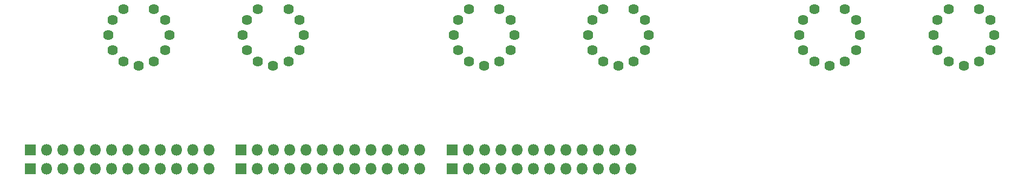
<source format=gbr>
%TF.GenerationSoftware,KiCad,Pcbnew,(5.1.5-131-g305ed0b65)-1*%
%TF.CreationDate,2020-07-18T18:38:28+08:00*%
%TF.ProjectId,IN-8,494e2d38-2e6b-4696-9361-645f70636258,rev?*%
%TF.SameCoordinates,Original*%
%TF.FileFunction,Soldermask,Top*%
%TF.FilePolarity,Negative*%
%FSLAX46Y46*%
G04 Gerber Fmt 4.6, Leading zero omitted, Abs format (unit mm)*
G04 Created by KiCad (PCBNEW (5.1.5-131-g305ed0b65)-1) date 2020-07-18 18:38:28*
%MOMM*%
%LPD*%
G01*
G04 APERTURE LIST*
%ADD10O,1.800000X1.800000*%
%ADD11R,1.800000X1.800000*%
%ADD12C,1.624000*%
G04 APERTURE END LIST*
D10*
%TO.C,J1*%
X103940000Y-99000000D03*
X101400000Y-99000000D03*
X98860000Y-99000000D03*
X96320000Y-99000000D03*
X93780000Y-99000000D03*
X91240000Y-99000000D03*
X88700000Y-99000000D03*
X86160000Y-99000000D03*
X83620000Y-99000000D03*
X81080000Y-99000000D03*
X78540000Y-99000000D03*
D11*
X76000000Y-99000000D03*
%TD*%
D10*
%TO.C,J2*%
X103940000Y-96000000D03*
X101400000Y-96000000D03*
X98860000Y-96000000D03*
X96320000Y-96000000D03*
X93780000Y-96000000D03*
X91240000Y-96000000D03*
X88700000Y-96000000D03*
X86160000Y-96000000D03*
X83620000Y-96000000D03*
X81080000Y-96000000D03*
X78540000Y-96000000D03*
D11*
X76000000Y-96000000D03*
%TD*%
D10*
%TO.C,J3*%
X136940000Y-99000000D03*
X134400000Y-99000000D03*
X131860000Y-99000000D03*
X129320000Y-99000000D03*
X126780000Y-99000000D03*
X124240000Y-99000000D03*
X121700000Y-99000000D03*
X119160000Y-99000000D03*
X116620000Y-99000000D03*
X114080000Y-99000000D03*
X111540000Y-99000000D03*
D11*
X109000000Y-99000000D03*
%TD*%
%TO.C,J4*%
X109000000Y-96000000D03*
D10*
X111540000Y-96000000D03*
X114080000Y-96000000D03*
X116620000Y-96000000D03*
X119160000Y-96000000D03*
X121700000Y-96000000D03*
X124240000Y-96000000D03*
X126780000Y-96000000D03*
X129320000Y-96000000D03*
X131860000Y-96000000D03*
X134400000Y-96000000D03*
X136940000Y-96000000D03*
%TD*%
D11*
%TO.C,J5*%
X142000000Y-99000000D03*
D10*
X144540000Y-99000000D03*
X147080000Y-99000000D03*
X149620000Y-99000000D03*
X152160000Y-99000000D03*
X154700000Y-99000000D03*
X157240000Y-99000000D03*
X159780000Y-99000000D03*
X162320000Y-99000000D03*
X164860000Y-99000000D03*
X167400000Y-99000000D03*
X169940000Y-99000000D03*
%TD*%
D11*
%TO.C,J6*%
X142000000Y-96000000D03*
D10*
X144540000Y-96000000D03*
X147080000Y-96000000D03*
X149620000Y-96000000D03*
X152160000Y-96000000D03*
X154700000Y-96000000D03*
X157240000Y-96000000D03*
X159780000Y-96000000D03*
X162320000Y-96000000D03*
X164860000Y-96000000D03*
X167400000Y-96000000D03*
X169940000Y-96000000D03*
%TD*%
D12*
%TO.C,U1*%
X90625000Y-73886380D03*
X88886380Y-75625000D03*
X88250000Y-78000000D03*
X88886380Y-80374999D03*
X90625001Y-82113620D03*
X93000000Y-82750000D03*
X95375000Y-82113620D03*
X97113620Y-80374999D03*
X97750000Y-78000000D03*
X97113620Y-75625001D03*
X95375000Y-73886380D03*
%TD*%
%TO.C,U2*%
X111625000Y-73886380D03*
X109886380Y-75625000D03*
X109250000Y-78000000D03*
X109886380Y-80374999D03*
X111625001Y-82113620D03*
X114000000Y-82750000D03*
X116375000Y-82113620D03*
X118113620Y-80374999D03*
X118750000Y-78000000D03*
X118113620Y-75625001D03*
X116375000Y-73886380D03*
%TD*%
%TO.C,U3*%
X149375000Y-73886380D03*
X151113620Y-75625001D03*
X151750000Y-78000000D03*
X151113620Y-80374999D03*
X149375000Y-82113620D03*
X147000000Y-82750000D03*
X144625001Y-82113620D03*
X142886380Y-80374999D03*
X142250000Y-78000000D03*
X142886380Y-75625000D03*
X144625000Y-73886380D03*
%TD*%
%TO.C,U4*%
X170375000Y-73886380D03*
X172113620Y-75625001D03*
X172750000Y-78000000D03*
X172113620Y-80374999D03*
X170375000Y-82113620D03*
X168000000Y-82750000D03*
X165625001Y-82113620D03*
X163886380Y-80374999D03*
X163250000Y-78000000D03*
X163886380Y-75625000D03*
X165625000Y-73886380D03*
%TD*%
%TO.C,U5*%
X203375000Y-73886380D03*
X205113620Y-75625001D03*
X205750000Y-78000000D03*
X205113620Y-80374999D03*
X203375000Y-82113620D03*
X201000000Y-82750000D03*
X198625001Y-82113620D03*
X196886380Y-80374999D03*
X196250000Y-78000000D03*
X196886380Y-75625000D03*
X198625000Y-73886380D03*
%TD*%
%TO.C,U6*%
X219625000Y-73886380D03*
X217886380Y-75625000D03*
X217250000Y-78000000D03*
X217886380Y-80374999D03*
X219625001Y-82113620D03*
X222000000Y-82750000D03*
X224375000Y-82113620D03*
X226113620Y-80374999D03*
X226750000Y-78000000D03*
X226113620Y-75625001D03*
X224375000Y-73886380D03*
%TD*%
M02*

</source>
